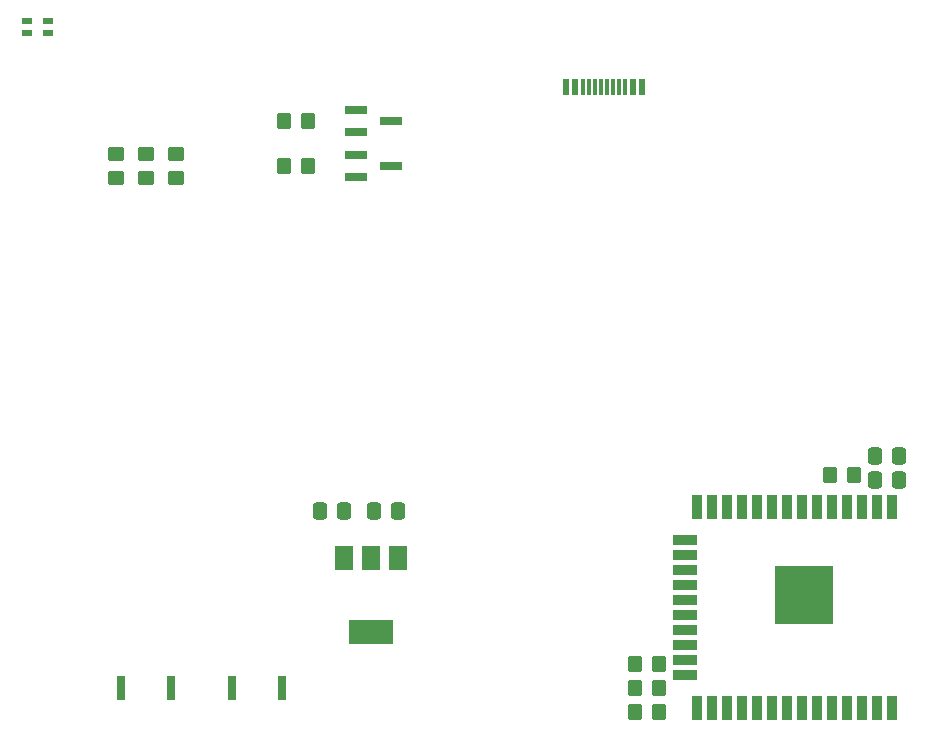
<source format=gtp>
%TF.GenerationSoftware,KiCad,Pcbnew,(6.0.1)*%
%TF.CreationDate,2022-03-17T17:33:48+01:00*%
%TF.ProjectId,Console,436f6e73-6f6c-4652-9e6b-696361645f70,v01*%
%TF.SameCoordinates,Original*%
%TF.FileFunction,Paste,Top*%
%TF.FilePolarity,Positive*%
%FSLAX46Y46*%
G04 Gerber Fmt 4.6, Leading zero omitted, Abs format (unit mm)*
G04 Created by KiCad (PCBNEW (6.0.1)) date 2022-03-17 17:33:48*
%MOMM*%
%LPD*%
G01*
G04 APERTURE LIST*
G04 Aperture macros list*
%AMRoundRect*
0 Rectangle with rounded corners*
0 $1 Rounding radius*
0 $2 $3 $4 $5 $6 $7 $8 $9 X,Y pos of 4 corners*
0 Add a 4 corners polygon primitive as box body*
4,1,4,$2,$3,$4,$5,$6,$7,$8,$9,$2,$3,0*
0 Add four circle primitives for the rounded corners*
1,1,$1+$1,$2,$3*
1,1,$1+$1,$4,$5*
1,1,$1+$1,$6,$7*
1,1,$1+$1,$8,$9*
0 Add four rect primitives between the rounded corners*
20,1,$1+$1,$2,$3,$4,$5,0*
20,1,$1+$1,$4,$5,$6,$7,0*
20,1,$1+$1,$6,$7,$8,$9,0*
20,1,$1+$1,$8,$9,$2,$3,0*%
G04 Aperture macros list end*
%ADD10R,1.500000X2.000000*%
%ADD11R,3.800000X2.000000*%
%ADD12RoundRect,0.250000X-0.350000X-0.450000X0.350000X-0.450000X0.350000X0.450000X-0.350000X0.450000X0*%
%ADD13RoundRect,0.250000X0.350000X0.450000X-0.350000X0.450000X-0.350000X-0.450000X0.350000X-0.450000X0*%
%ADD14RoundRect,0.250000X-0.450000X0.350000X-0.450000X-0.350000X0.450000X-0.350000X0.450000X0.350000X0*%
%ADD15R,0.800000X2.000000*%
%ADD16R,0.600000X1.450000*%
%ADD17R,0.300000X1.450000*%
%ADD18RoundRect,0.250000X-0.337500X-0.475000X0.337500X-0.475000X0.337500X0.475000X-0.337500X0.475000X0*%
%ADD19R,1.900000X0.800000*%
%ADD20RoundRect,0.250000X0.337500X0.475000X-0.337500X0.475000X-0.337500X-0.475000X0.337500X-0.475000X0*%
%ADD21R,0.850000X0.550000*%
%ADD22R,0.900000X2.000000*%
%ADD23R,2.000000X0.900000*%
%ADD24R,5.000000X5.000000*%
G04 APERTURE END LIST*
D10*
%TO.C,U2*%
X128792000Y-112674000D03*
X126492000Y-112674000D03*
X124192000Y-112674000D03*
D11*
X126492000Y-118974000D03*
%TD*%
D12*
%TO.C,R2*%
X119142000Y-75692000D03*
X121142000Y-75692000D03*
%TD*%
D13*
%TO.C,R3*%
X121142000Y-79502000D03*
X119142000Y-79502000D03*
%TD*%
D14*
%TO.C,R10*%
X107442000Y-78502000D03*
X107442000Y-80502000D03*
%TD*%
D15*
%TO.C,SW5*%
X105342000Y-123698000D03*
X109542000Y-123698000D03*
%TD*%
%TO.C,SW6*%
X114740000Y-123698000D03*
X118940000Y-123698000D03*
%TD*%
D14*
%TO.C,R11*%
X104902000Y-78502000D03*
X104902000Y-80502000D03*
%TD*%
D16*
%TO.C,J1*%
X149490000Y-72807000D03*
X148690000Y-72807000D03*
D17*
X147490000Y-72807000D03*
X146490000Y-72807000D03*
X145990000Y-72807000D03*
X144990000Y-72807000D03*
D16*
X142990000Y-72807000D03*
X143790000Y-72807000D03*
D17*
X144490000Y-72807000D03*
X145490000Y-72807000D03*
X146990000Y-72807000D03*
X147990000Y-72807000D03*
%TD*%
D18*
%TO.C,C1*%
X169142500Y-104013000D03*
X171217500Y-104013000D03*
%TD*%
D12*
%TO.C,R4*%
X165370000Y-105664000D03*
X167370000Y-105664000D03*
%TD*%
%TO.C,R12*%
X148860000Y-123698000D03*
X150860000Y-123698000D03*
%TD*%
D18*
%TO.C,C4*%
X126746000Y-108712000D03*
X128821000Y-108712000D03*
%TD*%
D19*
%TO.C,Q2*%
X125246000Y-74742000D03*
X125246000Y-76642000D03*
X128246000Y-75692000D03*
%TD*%
D18*
%TO.C,C2*%
X169142500Y-106045000D03*
X171217500Y-106045000D03*
%TD*%
D20*
%TO.C,C3*%
X124249000Y-108712000D03*
X122174000Y-108712000D03*
%TD*%
D12*
%TO.C,R7*%
X148860000Y-125730000D03*
X150860000Y-125730000D03*
%TD*%
D21*
%TO.C,D1*%
X97397000Y-67187000D03*
X99147000Y-67187000D03*
X99147000Y-68237000D03*
X97397000Y-68237000D03*
%TD*%
D22*
%TO.C,U1*%
X170645000Y-108340000D03*
X169375000Y-108340000D03*
X168105000Y-108340000D03*
X166835000Y-108340000D03*
X165565000Y-108340000D03*
X164295000Y-108340000D03*
X163025000Y-108340000D03*
X161755000Y-108340000D03*
X160485000Y-108340000D03*
X159215000Y-108340000D03*
X157945000Y-108340000D03*
X156675000Y-108340000D03*
X155405000Y-108340000D03*
X154135000Y-108340000D03*
D23*
X153135000Y-111125000D03*
X153135000Y-112395000D03*
X153135000Y-113665000D03*
X153135000Y-114935000D03*
X153135000Y-116205000D03*
X153135000Y-117475000D03*
X153135000Y-118745000D03*
X153135000Y-120015000D03*
X153135000Y-121285000D03*
X153135000Y-122555000D03*
D22*
X154135000Y-125340000D03*
X155405000Y-125340000D03*
X156675000Y-125340000D03*
X157945000Y-125340000D03*
X159215000Y-125340000D03*
X160485000Y-125340000D03*
X161755000Y-125340000D03*
X163025000Y-125340000D03*
X164295000Y-125340000D03*
X165565000Y-125340000D03*
X166835000Y-125340000D03*
X168105000Y-125340000D03*
X169375000Y-125340000D03*
X170645000Y-125340000D03*
D24*
X163145000Y-115840000D03*
%TD*%
D19*
%TO.C,Q1*%
X125246000Y-78552000D03*
X125246000Y-80452000D03*
X128246000Y-79502000D03*
%TD*%
D12*
%TO.C,R5*%
X148860000Y-121666000D03*
X150860000Y-121666000D03*
%TD*%
D14*
%TO.C,R1*%
X109982000Y-78502000D03*
X109982000Y-80502000D03*
%TD*%
M02*

</source>
